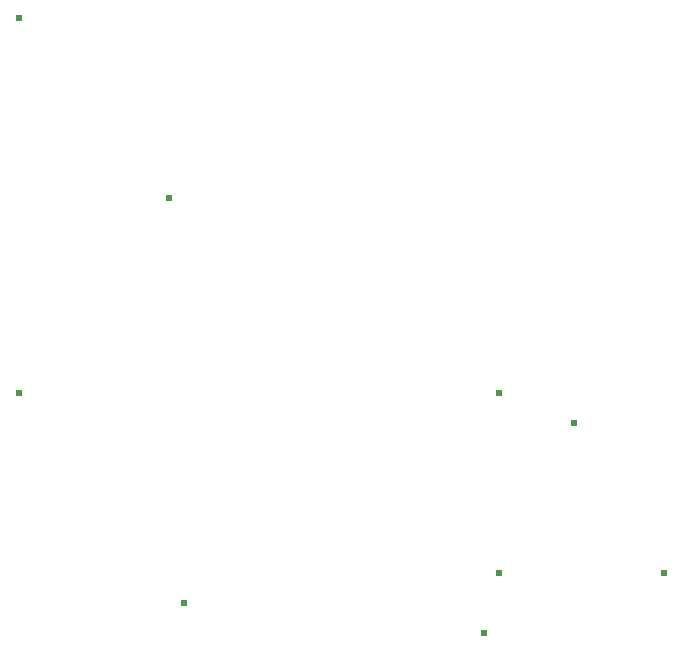
<source format=gtp>
G75*
%MOIN*%
%OFA0B0*%
%FSLAX25Y25*%
%IPPOS*%
%LPD*%
%AMOC8*
5,1,8,0,0,1.08239X$1,22.5*
%
%ADD10R,0.02000X0.02000*%
D10*
X0091800Y0056800D03*
X0036800Y0126800D03*
X0086800Y0191800D03*
X0036800Y0251800D03*
X0196800Y0126800D03*
X0221800Y0116800D03*
X0196800Y0066800D03*
X0191800Y0046800D03*
X0251800Y0066800D03*
M02*

</source>
